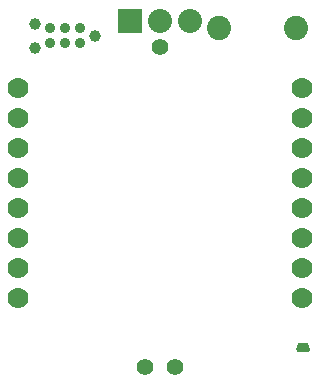
<source format=gbs>
G75*
G70*
%OFA0B0*%
%FSLAX24Y24*%
%IPPOS*%
%LPD*%
%AMOC8*
5,1,8,0,0,1.08239X$1,22.5*
%
%ADD10C,0.0700*%
%ADD11C,0.0555*%
%ADD12C,0.0350*%
%ADD13C,0.0390*%
%ADD14C,0.0000*%
%ADD15C,0.0001*%
%ADD16C,0.0808*%
%ADD17R,0.0800X0.0800*%
%ADD18C,0.0800*%
D10*
X001735Y004356D03*
X001735Y005356D03*
X001735Y006356D03*
X001735Y007356D03*
X001735Y008356D03*
X001735Y009356D03*
X001735Y010356D03*
X001735Y011356D03*
X011184Y011356D03*
X011184Y010356D03*
X011184Y009356D03*
X011184Y008356D03*
X011184Y007356D03*
X011184Y006356D03*
X011184Y005356D03*
X011184Y004356D03*
D11*
X006959Y002041D03*
X005959Y002041D03*
X006459Y012710D03*
D12*
X003808Y012856D03*
X003808Y013356D03*
X003308Y013356D03*
X003308Y012856D03*
X002808Y012856D03*
X002808Y013356D03*
D13*
X002308Y013506D03*
X002308Y012706D03*
X004308Y013106D03*
D14*
X011077Y002858D02*
X011329Y002858D01*
X011361Y002858D01*
X011369Y002830D01*
X011380Y002803D01*
X011388Y002771D01*
X011400Y002744D01*
X011412Y002716D01*
X011420Y002689D01*
X011432Y002661D01*
X011420Y002637D01*
X011408Y002610D01*
X011396Y002586D01*
X011038Y002586D01*
X011030Y002610D01*
X011018Y002637D01*
X011006Y002661D01*
X011018Y002689D01*
X011026Y002716D01*
X011038Y002744D01*
X011046Y002771D01*
X011058Y002803D01*
X011069Y002830D01*
X011077Y002858D01*
D15*
X011361Y002858D01*
X011361Y002857D02*
X011077Y002857D01*
X011077Y002856D02*
X011361Y002856D01*
X011362Y002855D02*
X011076Y002855D01*
X011076Y002854D02*
X011362Y002854D01*
X011362Y002853D02*
X011076Y002853D01*
X011075Y002852D02*
X011362Y002852D01*
X011363Y002851D02*
X011075Y002851D01*
X011075Y002850D02*
X011363Y002850D01*
X011363Y002849D02*
X011075Y002849D01*
X011074Y002848D02*
X011364Y002848D01*
X011364Y002847D02*
X011074Y002847D01*
X011074Y002846D02*
X011364Y002846D01*
X011364Y002845D02*
X011073Y002845D01*
X011073Y002844D02*
X011365Y002844D01*
X011365Y002843D02*
X011073Y002843D01*
X011073Y002842D02*
X011365Y002842D01*
X011366Y002841D02*
X011072Y002841D01*
X011072Y002840D02*
X011366Y002840D01*
X011366Y002839D02*
X011072Y002839D01*
X011071Y002838D02*
X011366Y002838D01*
X011367Y002837D02*
X011071Y002837D01*
X011071Y002836D02*
X011367Y002836D01*
X011367Y002835D02*
X011071Y002835D01*
X011070Y002834D02*
X011368Y002834D01*
X011368Y002833D02*
X011070Y002833D01*
X011070Y002832D02*
X011368Y002832D01*
X011368Y002831D02*
X011069Y002831D01*
X011069Y002830D02*
X011369Y002830D01*
X011369Y002829D02*
X011069Y002829D01*
X011068Y002828D02*
X011370Y002828D01*
X011370Y002827D02*
X011068Y002827D01*
X011067Y002826D02*
X011371Y002826D01*
X011371Y002825D02*
X011067Y002825D01*
X011067Y002824D02*
X011371Y002824D01*
X011372Y002823D02*
X011066Y002823D01*
X011066Y002822D02*
X011372Y002822D01*
X011373Y002821D02*
X011065Y002821D01*
X011065Y002820D02*
X011373Y002820D01*
X011374Y002819D02*
X011064Y002819D01*
X011064Y002818D02*
X011374Y002818D01*
X011374Y002817D02*
X011064Y002817D01*
X011063Y002816D02*
X011375Y002816D01*
X011375Y002815D02*
X011063Y002815D01*
X011062Y002814D02*
X011376Y002814D01*
X011376Y002813D02*
X011062Y002813D01*
X011061Y002812D02*
X011377Y002812D01*
X011377Y002811D02*
X011061Y002811D01*
X011061Y002810D02*
X011377Y002810D01*
X011378Y002809D02*
X011060Y002809D01*
X011060Y002808D02*
X011378Y002808D01*
X011379Y002807D02*
X011059Y002807D01*
X011059Y002806D02*
X011379Y002806D01*
X011380Y002805D02*
X011058Y002805D01*
X011058Y002804D02*
X011380Y002804D01*
X011380Y002803D02*
X011058Y002803D01*
X011057Y002802D02*
X011381Y002802D01*
X011381Y002801D02*
X011057Y002801D01*
X011056Y002800D02*
X011381Y002800D01*
X011381Y002799D02*
X011056Y002799D01*
X011056Y002798D02*
X011382Y002798D01*
X011382Y002797D02*
X011055Y002797D01*
X011055Y002796D02*
X011382Y002796D01*
X011382Y002795D02*
X011055Y002795D01*
X011054Y002794D02*
X011383Y002794D01*
X011383Y002793D02*
X011054Y002793D01*
X011053Y002792D02*
X011383Y002792D01*
X011383Y002791D02*
X011053Y002791D01*
X011053Y002790D02*
X011384Y002790D01*
X011384Y002789D02*
X011052Y002789D01*
X011052Y002788D02*
X011384Y002788D01*
X011384Y002787D02*
X011052Y002787D01*
X011051Y002786D02*
X011385Y002786D01*
X011385Y002785D02*
X011051Y002785D01*
X011050Y002784D02*
X011385Y002784D01*
X011385Y002783D02*
X011050Y002783D01*
X011050Y002782D02*
X011386Y002782D01*
X011386Y002781D02*
X011049Y002781D01*
X011049Y002780D02*
X011386Y002780D01*
X011386Y002779D02*
X011049Y002779D01*
X011048Y002778D02*
X011387Y002778D01*
X011387Y002777D02*
X011048Y002777D01*
X011047Y002776D02*
X011387Y002776D01*
X011387Y002775D02*
X011047Y002775D01*
X011047Y002774D02*
X011388Y002774D01*
X011388Y002773D02*
X011046Y002773D01*
X011046Y002772D02*
X011388Y002772D01*
X011388Y002771D02*
X011046Y002771D01*
X011045Y002770D02*
X011389Y002770D01*
X011389Y002769D02*
X011045Y002769D01*
X011045Y002768D02*
X011390Y002768D01*
X011390Y002767D02*
X011044Y002767D01*
X011044Y002766D02*
X011391Y002766D01*
X011391Y002765D02*
X011044Y002765D01*
X011044Y002764D02*
X011391Y002764D01*
X011392Y002763D02*
X011043Y002763D01*
X011043Y002762D02*
X011392Y002762D01*
X011393Y002761D02*
X011043Y002761D01*
X011042Y002760D02*
X011393Y002760D01*
X011394Y002759D02*
X011042Y002759D01*
X011042Y002758D02*
X011394Y002758D01*
X011394Y002757D02*
X011042Y002757D01*
X011041Y002756D02*
X011395Y002756D01*
X011395Y002755D02*
X011041Y002755D01*
X011041Y002754D02*
X011396Y002754D01*
X011396Y002753D02*
X011040Y002753D01*
X011040Y002752D02*
X011397Y002752D01*
X011397Y002751D02*
X011040Y002751D01*
X011040Y002750D02*
X011397Y002750D01*
X011398Y002749D02*
X011039Y002749D01*
X011039Y002748D02*
X011398Y002748D01*
X011399Y002747D02*
X011039Y002747D01*
X011038Y002746D02*
X011399Y002746D01*
X011400Y002745D02*
X011038Y002745D01*
X011038Y002744D02*
X011400Y002744D01*
X011400Y002743D02*
X011037Y002743D01*
X011037Y002742D02*
X011401Y002742D01*
X011401Y002741D02*
X011037Y002741D01*
X011036Y002740D02*
X011402Y002740D01*
X011402Y002739D02*
X011036Y002739D01*
X011035Y002738D02*
X011403Y002738D01*
X011403Y002737D02*
X011035Y002737D01*
X011034Y002736D02*
X011403Y002736D01*
X011404Y002735D02*
X011034Y002735D01*
X011034Y002734D02*
X011404Y002734D01*
X011405Y002733D02*
X011033Y002733D01*
X011033Y002732D02*
X011405Y002732D01*
X011406Y002731D02*
X011032Y002731D01*
X011032Y002730D02*
X011406Y002730D01*
X011406Y002729D02*
X011031Y002729D01*
X011031Y002728D02*
X011407Y002728D01*
X011407Y002727D02*
X011031Y002727D01*
X011030Y002726D02*
X011408Y002726D01*
X011408Y002725D02*
X011030Y002725D01*
X011029Y002724D02*
X011409Y002724D01*
X011409Y002723D02*
X011029Y002723D01*
X011029Y002722D02*
X011409Y002722D01*
X011410Y002721D02*
X011028Y002721D01*
X011028Y002720D02*
X011410Y002720D01*
X011411Y002719D02*
X011027Y002719D01*
X011027Y002718D02*
X011411Y002718D01*
X011412Y002717D02*
X011026Y002717D01*
X011026Y002716D02*
X011412Y002716D01*
X011412Y002715D02*
X011026Y002715D01*
X011025Y002714D02*
X011413Y002714D01*
X011413Y002713D02*
X011025Y002713D01*
X011025Y002712D02*
X011413Y002712D01*
X011413Y002711D02*
X011025Y002711D01*
X011024Y002710D02*
X011414Y002710D01*
X011414Y002709D02*
X011024Y002709D01*
X011024Y002708D02*
X011414Y002708D01*
X011415Y002707D02*
X011023Y002707D01*
X011023Y002706D02*
X011415Y002706D01*
X011415Y002705D02*
X011023Y002705D01*
X011023Y002704D02*
X011415Y002704D01*
X011416Y002703D02*
X011022Y002703D01*
X011022Y002702D02*
X011416Y002702D01*
X011416Y002701D02*
X011022Y002701D01*
X011021Y002700D02*
X011417Y002700D01*
X011417Y002699D02*
X011021Y002699D01*
X011021Y002698D02*
X011417Y002698D01*
X011417Y002697D02*
X011021Y002697D01*
X011020Y002696D02*
X011418Y002696D01*
X011418Y002695D02*
X011020Y002695D01*
X011020Y002694D02*
X011418Y002694D01*
X011419Y002693D02*
X011019Y002693D01*
X011019Y002692D02*
X011419Y002692D01*
X011419Y002691D02*
X011019Y002691D01*
X011019Y002690D02*
X011419Y002690D01*
X011420Y002689D02*
X011018Y002689D01*
X011018Y002688D02*
X011420Y002688D01*
X011421Y002687D02*
X011017Y002687D01*
X011017Y002686D02*
X011421Y002686D01*
X011421Y002685D02*
X011017Y002685D01*
X011016Y002684D02*
X011422Y002684D01*
X011422Y002683D02*
X011016Y002683D01*
X011015Y002682D02*
X011423Y002682D01*
X011423Y002681D02*
X011015Y002681D01*
X011014Y002680D02*
X011424Y002680D01*
X011424Y002679D02*
X011014Y002679D01*
X011014Y002678D02*
X011424Y002678D01*
X011425Y002677D02*
X011013Y002677D01*
X011013Y002676D02*
X011425Y002676D01*
X011426Y002675D02*
X011012Y002675D01*
X011012Y002674D02*
X011426Y002674D01*
X011427Y002673D02*
X011011Y002673D01*
X011011Y002672D02*
X011427Y002672D01*
X011427Y002671D02*
X011011Y002671D01*
X011010Y002670D02*
X011428Y002670D01*
X011428Y002669D02*
X011010Y002669D01*
X011009Y002668D02*
X011429Y002668D01*
X011429Y002667D02*
X011009Y002667D01*
X011008Y002666D02*
X011430Y002666D01*
X011430Y002665D02*
X011008Y002665D01*
X011008Y002664D02*
X011430Y002664D01*
X011431Y002663D02*
X011007Y002663D01*
X011007Y002662D02*
X011431Y002662D01*
X011432Y002661D02*
X011006Y002661D01*
X011007Y002660D02*
X011431Y002660D01*
X011431Y002659D02*
X011007Y002659D01*
X011008Y002658D02*
X011430Y002658D01*
X011430Y002657D02*
X011008Y002657D01*
X011009Y002656D02*
X011429Y002656D01*
X011429Y002655D02*
X011009Y002655D01*
X011010Y002654D02*
X011428Y002654D01*
X011428Y002653D02*
X011010Y002653D01*
X011011Y002652D02*
X011427Y002652D01*
X011427Y002651D02*
X011011Y002651D01*
X011012Y002650D02*
X011426Y002650D01*
X011426Y002649D02*
X011012Y002649D01*
X011013Y002648D02*
X011425Y002648D01*
X011425Y002647D02*
X011013Y002647D01*
X011014Y002646D02*
X011424Y002646D01*
X011424Y002645D02*
X011014Y002645D01*
X011015Y002644D02*
X011423Y002644D01*
X011423Y002643D02*
X011015Y002643D01*
X011016Y002642D02*
X011422Y002642D01*
X011422Y002641D02*
X011016Y002641D01*
X011017Y002640D02*
X011421Y002640D01*
X011421Y002639D02*
X011017Y002639D01*
X011018Y002638D02*
X011420Y002638D01*
X011420Y002637D02*
X011018Y002637D01*
X011019Y002636D02*
X011419Y002636D01*
X011419Y002635D02*
X011019Y002635D01*
X011020Y002634D02*
X011418Y002634D01*
X011418Y002633D02*
X011020Y002633D01*
X011021Y002632D02*
X011417Y002632D01*
X011417Y002631D02*
X011021Y002631D01*
X011021Y002630D02*
X011417Y002630D01*
X011416Y002629D02*
X011022Y002629D01*
X011022Y002628D02*
X011416Y002628D01*
X011415Y002627D02*
X011023Y002627D01*
X011023Y002626D02*
X011415Y002626D01*
X011414Y002625D02*
X011024Y002625D01*
X011024Y002624D02*
X011414Y002624D01*
X011414Y002623D02*
X011024Y002623D01*
X011025Y002622D02*
X011413Y002622D01*
X011413Y002621D02*
X011025Y002621D01*
X011026Y002620D02*
X011412Y002620D01*
X011412Y002619D02*
X011026Y002619D01*
X011027Y002618D02*
X011411Y002618D01*
X011411Y002617D02*
X011027Y002617D01*
X011027Y002616D02*
X011411Y002616D01*
X011410Y002615D02*
X011028Y002615D01*
X011028Y002614D02*
X011410Y002614D01*
X011409Y002613D02*
X011029Y002613D01*
X011029Y002612D02*
X011409Y002612D01*
X011408Y002611D02*
X011030Y002611D01*
X011030Y002610D02*
X011408Y002610D01*
X011408Y002609D02*
X011030Y002609D01*
X011031Y002608D02*
X011407Y002608D01*
X011407Y002607D02*
X011031Y002607D01*
X011031Y002606D02*
X011406Y002606D01*
X011406Y002605D02*
X011032Y002605D01*
X011032Y002604D02*
X011405Y002604D01*
X011405Y002603D02*
X011032Y002603D01*
X011033Y002602D02*
X011404Y002602D01*
X011404Y002601D02*
X011033Y002601D01*
X011033Y002600D02*
X011403Y002600D01*
X011403Y002599D02*
X011034Y002599D01*
X011034Y002598D02*
X011402Y002598D01*
X011402Y002597D02*
X011034Y002597D01*
X011035Y002596D02*
X011401Y002596D01*
X011401Y002595D02*
X011035Y002595D01*
X011035Y002594D02*
X011400Y002594D01*
X011400Y002593D02*
X011036Y002593D01*
X011036Y002592D02*
X011399Y002592D01*
X011399Y002591D02*
X011036Y002591D01*
X011037Y002590D02*
X011398Y002590D01*
X011398Y002589D02*
X011037Y002589D01*
X011037Y002588D02*
X011397Y002588D01*
X011397Y002587D02*
X011038Y002587D01*
D16*
X010989Y013356D03*
X008430Y013356D03*
D17*
X005459Y013606D03*
D18*
X006459Y013606D03*
X007459Y013606D03*
M02*

</source>
